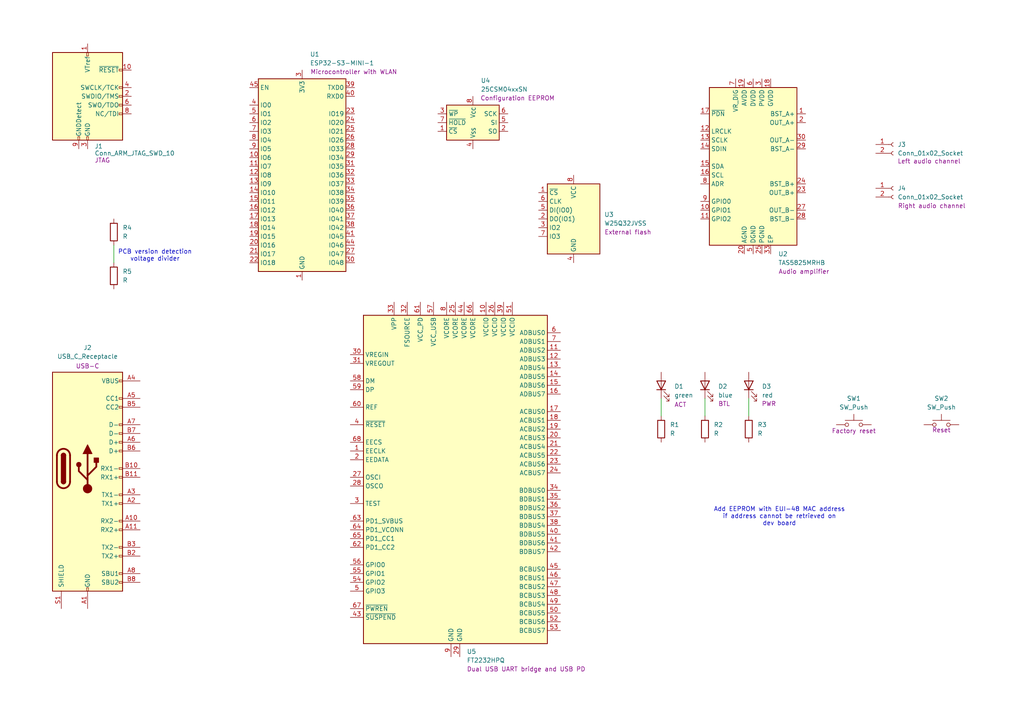
<source format=kicad_sch>
(kicad_sch (version 20231120) (generator "eeschema") (generator_version "8.0")
  (paper "A4")
  (title_block (title "soundbox"))
  (lib_symbols
    (symbol "Amplifier_Audio:TAS5825MRHB"
      (property "Reference" "U" (at -11.43 24.13 0))
      (property "Value" "TAS5825MRHB" (at 13.97 24.13 0))
      (symbol "TAS5825MRHB_0_1"
        (rectangle (start -12.7 22.86) (end 12.7 -22.86) (stroke (width 0.254)) (fill (type background)))
      )
      (symbol "TAS5825MRHB_1_1"
        (pin passive line (at 15.24 15.24 180) (length 2.54) (name "BST_A+") (number "1"))
        (pin bidirectional line (at -15.24 -12.7 0) (length 2.54) (name "GPIO1") (number "10"))
        (pin bidirectional line (at -15.24 -15.24 0) (length 2.54) (name "GPIO2") (number "11"))
        (pin input line (at -15.24 10.16 0) (length 2.54) (name "LRCLK") (number "12"))
        (pin input line (at -15.24 7.62 0) (length 2.54) (name "SCLK") (number "13"))
        (pin input line (at -15.24 5.08 0) (length 2.54) (name "SDIN") (number "14"))
        (pin bidirectional line (at -15.24 0 0) (length 2.54) (name "SDA") (number "15"))
        (pin input line (at -15.24 -2.54 0) (length 2.54) (name "SCL") (number "16"))
        (pin input line (at -15.24 15.24 0) (length 2.54) (name "~{PDN}") (number "17"))
        (pin passive line (at 5.08 25.4 270) (length 2.54) (name "GVDD") (number "18"))
        (pin passive line (at -2.54 25.4 270) (length 2.54) (name "AVDD") (number "19"))
        (pin output line (at 15.24 12.7 180) (length 2.54) (name "OUT_A+") (number "2"))
        (pin power_in line (at -2.54 -25.4 90) (length 2.54) (name "AGND") (number "20"))
        (pin passive line (at 2.54 25.4 270) (length 2.54) hide (name "PVDD") (number "21"))
        (pin passive line (at 2.54 25.4 270) (length 2.54) hide (name "PVDD") (number "22"))
        (pin output line (at 15.24 -7.62 180) (length 2.54) (name "OUT_B+") (number "23"))
        (pin passive line (at 15.24 -5.08 180) (length 2.54) (name "BST_B+") (number "24"))
        (pin power_in line (at 2.54 -25.4 90) (length 2.54) (name "PGND") (number "25"))
        (pin passive line (at 2.54 -25.4 90) (length 2.54) hide (name "PGND") (number "26"))
        (pin output line (at 15.24 -12.7 180) (length 2.54) (name "OUT_B-") (number "27"))
        (pin passive line (at 15.24 -15.24 180) (length 2.54) (name "BST_B-") (number "28"))
        (pin passive line (at 15.24 5.08 180) (length 2.54) (name "BST_A-") (number "29"))
        (pin power_in line (at 2.54 25.4 270) (length 2.54) (name "PVDD") (number "3"))
        (pin output line (at 15.24 7.62 180) (length 2.54) (name "OUT_A-") (number "30"))
        (pin passive line (at 2.54 -25.4 90) (length 2.54) hide (name "PGND") (number "31"))
        (pin passive line (at 2.54 -25.4 90) (length 2.54) hide (name "PGND") (number "32"))
        (pin passive line (at 5.08 -25.4 90) (length 2.54) (name "EP") (number "33"))
        (pin passive line (at 2.54 25.4 270) (length 2.54) hide (name "PVDD") (number "4"))
        (pin power_in line (at 0 -25.4 90) (length 2.54) (name "DGND") (number "5"))
        (pin power_in line (at 0 25.4 270) (length 2.54) (name "DVDD") (number "6"))
        (pin passive line (at -5.08 25.4 270) (length 2.54) (name "VR_DIG") (number "7"))
        (pin passive line (at -15.24 -5.08 0) (length 2.54) (name "ADR") (number "8"))
        (pin bidirectional line (at -15.24 -10.16 0) (length 2.54) (name "GPIO0") (number "9"))
      )
    )
    (symbol "Connector:Conn_01x02_Socket" (pin_names (offset 1.016) hide)
      (property "Reference" "J" (at 0 2.54 0))
      (property "Value" "Conn_01x02_Socket" (at 0 -5.08 0))
      (symbol "Conn_01x02_Socket_1_1"
        (arc (start 0 -2.032) (mid -0.5058 -2.54) (end 0 -3.048) (stroke (width 0.1524)))
        (polyline (pts (xy -1.27 -2.54) (xy -0.508 -2.54)) (stroke (width 0.1524)))
        (polyline (pts (xy -1.27 0) (xy -0.508 0)) (stroke (width 0.1524)))
        (arc (start 0 0.508) (mid -0.5058 0) (end 0 -0.508) (stroke (width 0.1524)))
        (pin passive line (at -5.08 0 0) (length 3.81) (name "Pin_1") (number "1"))
        (pin passive line (at -5.08 -2.54 0) (length 3.81) (name "Pin_2") (number "2"))
      )
    )
    (symbol "Connector:Conn_ARM_JTAG_SWD_10" (pin_names (offset 1.016))
      (property "Reference" "J" (at -2.54 16.51 0))
      (property "Value" "Conn_ARM_JTAG_SWD_10" (at -2.54 13.97 0))
      (symbol "Conn_ARM_JTAG_SWD_10_0_1"
        (rectangle (start -10.16 12.7) (end 10.16 -12.7) (stroke (width 0.254)) (fill (type background)))
        (rectangle (start -2.794 -12.7) (end -2.286 -11.684))
        (rectangle (start -0.254 -12.7) (end 0.254 -11.684))
        (rectangle (start -0.254 12.7) (end 0.254 11.684))
        (rectangle (start 9.144 2.286) (end 10.16 2.794))
        (rectangle (start 10.16 -2.794) (end 9.144 -2.286))
        (rectangle (start 10.16 -0.254) (end 9.144 0.254))
        (rectangle (start 10.16 7.874) (end 9.144 7.366))
      )
      (symbol "Conn_ARM_JTAG_SWD_10_1_1"
        (rectangle (start 9.144 -5.334) (end 10.16 -4.826))
        (pin power_in line (at 0 15.24 270) (length 2.54) (name "VTref") (number "1"))
        (pin open_collector line (at 12.7 7.62 180) (length 2.54) (name "~{RESET}") (number "10"))
        (pin bidirectional line (at 12.7 0 180) (length 2.54) (name "SWDIO/TMS") (number "2"))
        (pin power_in line (at 0 -15.24 90) (length 2.54) (name "GND") (number "3"))
        (pin output line (at 12.7 2.54 180) (length 2.54) (name "SWCLK/TCK") (number "4"))
        (pin passive line (at 0 -15.24 90) (length 2.54) hide (name "GND") (number "5"))
        (pin input line (at 12.7 -2.54 180) (length 2.54) (name "SWO/TDO") (number "6"))
        (pin no_connect line (at -10.16 0 0) (length 2.54) hide (name "KEY") (number "7"))
        (pin output line (at 12.7 -5.08 180) (length 2.54) (name "NC/TDI") (number "8"))
        (pin passive line (at -2.54 -15.24 90) (length 2.54) (name "GNDDetect") (number "9"))
      )
    )
    (symbol "Connector:USB_C_Receptacle" (pin_names (offset 1.016))
      (property "Reference" "J" (at -10.16 29.21 0))
      (property "Value" "USB_C_Receptacle" (at 10.16 29.21 0))
      (symbol "USB_C_Receptacle_0_0"
        (rectangle (start -0.254 -35.56) (end 0.254 -34.544))
        (rectangle (start 10.16 -32.766) (end 9.144 -33.274))
        (rectangle (start 10.16 -30.226) (end 9.144 -30.734))
        (rectangle (start 10.16 -25.146) (end 9.144 -25.654))
        (rectangle (start 10.16 -22.606) (end 9.144 -23.114))
        (rectangle (start 10.16 -17.526) (end 9.144 -18.034))
        (rectangle (start 10.16 -14.986) (end 9.144 -15.494))
        (rectangle (start 10.16 -9.906) (end 9.144 -10.414))
        (rectangle (start 10.16 -7.366) (end 9.144 -7.874))
        (rectangle (start 10.16 -2.286) (end 9.144 -2.794))
        (rectangle (start 10.16 0.254) (end 9.144 -0.254))
        (rectangle (start 10.16 5.334) (end 9.144 4.826))
        (rectangle (start 10.16 7.874) (end 9.144 7.366))
        (rectangle (start 10.16 10.414) (end 9.144 9.906))
        (rectangle (start 10.16 12.954) (end 9.144 12.446))
        (rectangle (start 10.16 18.034) (end 9.144 17.526))
        (rectangle (start 10.16 20.574) (end 9.144 20.066))
        (rectangle (start 10.16 25.654) (end 9.144 25.146))
      )
      (symbol "USB_C_Receptacle_0_1"
        (rectangle (start -10.16 27.94) (end 10.16 -35.56) (stroke (width 0.254)) (fill (type background)))
        (arc (start -8.89 -3.81) (mid -6.985 -5.7067) (end -5.08 -3.81) (stroke (width 0.508)))
        (arc (start -7.62 -3.81) (mid -6.985 -4.4423) (end -6.35 -3.81) (stroke (width 0.254)))
        (arc (start -7.62 -3.81) (mid -6.985 -4.4423) (end -6.35 -3.81) (stroke (width 0.254)) (fill (type outline)))
        (rectangle (start -7.62 -3.81) (end -6.35 3.81) (stroke (width 0.254)) (fill (type outline)))
        (arc (start -6.35 3.81) (mid -6.985 4.4423) (end -7.62 3.81) (stroke (width 0.254)))
        (arc (start -6.35 3.81) (mid -6.985 4.4423) (end -7.62 3.81) (stroke (width 0.254)) (fill (type outline)))
        (arc (start -5.08 3.81) (mid -6.985 5.7067) (end -8.89 3.81) (stroke (width 0.508)))
        (polyline (pts (xy -8.89 -3.81) (xy -8.89 3.81)) (stroke (width 0.508)))
        (polyline (pts (xy -5.08 3.81) (xy -5.08 -3.81)) (stroke (width 0.508)))
      )
      (symbol "USB_C_Receptacle_1_1"
        (circle (center -2.54 1.143) (radius 0.635) (stroke (width 0.254)) (fill (type outline)))
        (circle (center 0 -5.842) (radius 1.27) (fill (type outline)))
        (polyline (pts (xy 0 -5.842) (xy 0 4.318)) (stroke (width 0.508)))
        (polyline (pts (xy 0 -3.302) (xy -2.54 -0.762) (xy -2.54 0.508)) (stroke (width 0.508)))
        (polyline (pts (xy 0 -2.032) (xy 2.54 0.508) (xy 2.54 1.778)) (stroke (width 0.508)))
        (polyline (pts (xy -1.27 4.318) (xy 0 6.858) (xy 1.27 4.318) (xy -1.27 4.318)) (stroke (width 0.254)) (fill (type outline)))
        (rectangle (start 1.905 1.778) (end 3.175 3.048) (stroke (width 0.254)) (fill (type outline)))
        (pin passive line (at 0 -40.64 90) (length 5.08) (name "GND") (number "A1"))
        (pin bidirectional line (at 15.24 -15.24 180) (length 5.08) (name "RX2-") (number "A10"))
        (pin bidirectional line (at 15.24 -17.78 180) (length 5.08) (name "RX2+") (number "A11"))
        (pin passive line (at 0 -40.64 90) (length 5.08) hide (name "GND") (number "A12"))
        (pin bidirectional line (at 15.24 -10.16 180) (length 5.08) (name "TX1+") (number "A2"))
        (pin bidirectional line (at 15.24 -7.62 180) (length 5.08) (name "TX1-") (number "A3"))
        (pin passive line (at 15.24 25.4 180) (length 5.08) (name "VBUS") (number "A4"))
        (pin bidirectional line (at 15.24 20.32 180) (length 5.08) (name "CC1") (number "A5"))
        (pin bidirectional line (at 15.24 7.62 180) (length 5.08) (name "D+") (number "A6"))
        (pin bidirectional line (at 15.24 12.7 180) (length 5.08) (name "D-") (number "A7"))
        (pin bidirectional line (at 15.24 -30.48 180) (length 5.08) (name "SBU1") (number "A8"))
        (pin passive line (at 15.24 25.4 180) (length 5.08) hide (name "VBUS") (number "A9"))
        (pin passive line (at 0 -40.64 90) (length 5.08) hide (name "GND") (number "B1"))
        (pin bidirectional line (at 15.24 0 180) (length 5.08) (name "RX1-") (number "B10"))
        (pin bidirectional line (at 15.24 -2.54 180) (length 5.08) (name "RX1+") (number "B11"))
        (pin passive line (at 0 -40.64 90) (length 5.08) hide (name "GND") (number "B12"))
        (pin bidirectional line (at 15.24 -25.4 180) (length 5.08) (name "TX2+") (number "B2"))
        (pin bidirectional line (at 15.24 -22.86 180) (length 5.08) (name "TX2-") (number "B3"))
        (pin passive line (at 15.24 25.4 180) (length 5.08) hide (name "VBUS") (number "B4"))
        (pin bidirectional line (at 15.24 17.78 180) (length 5.08) (name "CC2") (number "B5"))
        (pin bidirectional line (at 15.24 5.08 180) (length 5.08) (name "D+") (number "B6"))
        (pin bidirectional line (at 15.24 10.16 180) (length 5.08) (name "D-") (number "B7"))
        (pin bidirectional line (at 15.24 -33.02 180) (length 5.08) (name "SBU2") (number "B8"))
        (pin passive line (at 15.24 25.4 180) (length 5.08) hide (name "VBUS") (number "B9"))
        (pin passive line (at -7.62 -40.64 90) (length 5.08) (name "SHIELD") (number "S1"))
      )
    )
    (symbol "Device:LED" (pin_numbers hide) (pin_names (offset 1.016) hide)
      (property "Reference" "D" (at 0 2.54 0))
      (property "Value" "LED" (at 0 -2.54 0))
      (symbol "LED_0_1"
        (polyline (pts (xy -1.27 -1.27) (xy -1.27 1.27)) (stroke (width 0.254)))
        (polyline (pts (xy -1.27 0) (xy 1.27 0)))
        (polyline (pts (xy 1.27 -1.27) (xy 1.27 1.27) (xy -1.27 0) (xy 1.27 -1.27)) (stroke (width 0.254)))
        (polyline (pts (xy -3.048 -0.762) (xy -4.572 -2.286) (xy -3.81 -2.286) (xy -4.572 -2.286) (xy -4.572 -1.524)))
        (polyline (pts (xy -1.778 -0.762) (xy -3.302 -2.286) (xy -2.54 -2.286) (xy -3.302 -2.286) (xy -3.302 -1.524)))
      )
      (symbol "LED_1_1"
        (pin passive line (at -3.81 0 0) (length 2.54) (name "K") (number "1"))
        (pin passive line (at 3.81 0 180) (length 2.54) (name "A") (number "2"))
      )
    )
    (symbol "Device:R" (pin_numbers hide) (pin_names (offset 0))
      (property "Reference" "R" (at 2.032 0 90))
      (property "Value" "R" (at 0 0 90))
      (symbol "R_0_1"
        (rectangle (start -1.016 -2.54) (end 1.016 2.54) (stroke (width 0.254)))
      )
      (symbol "R_1_1"
        (pin passive line (at 0 3.81 270) (length 1.27) (name "~") (number "1"))
        (pin passive line (at 0 -3.81 90) (length 1.27) (name "~") (number "2"))
      )
    )
    (symbol "Memory_EEPROM:25CSM04xxSN"
      (property "Reference" "U3" (at 1.9559 8.89 0))
      (property "Value" "25CSM04xxSN" (at 1.9559 6.35 0))
      (symbol "25CSM04xxSN_1_1"
        (rectangle (start -7.62 5.08) (end 7.62 -5.08) (stroke (width 0.254)) (fill (type background)))
        (pin input line (at -10.16 -2.54 0) (length 2.54) (name "~{CS}") (number "1"))
        (pin tri_state line (at 10.16 -2.54 180) (length 2.54) (name "SO") (number "2"))
        (pin input line (at -10.16 2.54 0) (length 2.54) (name "~{WP}") (number "3"))
        (pin power_in line (at 0 -7.62 90) (length 2.54) (name "V_{SS}") (number "4"))
        (pin input line (at 10.16 0 180) (length 2.54) (name "SI") (number "5"))
        (pin input line (at 10.16 2.54 180) (length 2.54) (name "SCK") (number "6"))
        (pin input line (at -10.16 0 0) (length 2.54) (name "~{HOLD}") (number "7"))
        (pin power_in line (at 0 7.62 270) (length 2.54) (name "V_{CC}") (number "8"))
      )
    )
    (symbol "Memory_Flash:W25Q32JVSS"
      (property "Reference" "U" (at -6.35 11.43 0))
      (property "Value" "W25Q32JVSS" (at 7.62 11.43 0))
      (symbol "W25Q32JVSS_0_1"
        (rectangle (start -7.62 10.16) (end 7.62 -10.16) (stroke (width 0.254)) (fill (type background)))
      )
      (symbol "W25Q32JVSS_1_1"
        (pin input line (at -10.16 7.62 0) (length 2.54) (name "~{CS}") (number "1"))
        (pin bidirectional line (at -10.16 0 0) (length 2.54) (name "DO(IO1)") (number "2"))
        (pin bidirectional line (at -10.16 -2.54 0) (length 2.54) (name "IO2") (number "3"))
        (pin power_in line (at 0 -12.7 90) (length 2.54) (name "GND") (number "4"))
        (pin bidirectional line (at -10.16 2.54 0) (length 2.54) (name "DI(IO0)") (number "5"))
        (pin input line (at -10.16 5.08 0) (length 2.54) (name "CLK") (number "6"))
        (pin bidirectional line (at -10.16 -5.08 0) (length 2.54) (name "IO3") (number "7"))
        (pin power_in line (at 0 12.7 270) (length 2.54) (name "VCC") (number "8"))
      )
    )
    (symbol "RF_Module:ESP32-S3-MINI-1"
      (property "Reference" "U" (at -11.43 29.21 0))
      (property "Value" "ESP32-S3-MINI-1" (at 12.7 29.21 0))
      (symbol "ESP32-S3-MINI-1_0_1"
        (rectangle (start -12.7 27.94) (end 12.7 -27.94) (stroke (width 0.254)) (fill (type background)))
      )
      (symbol "ESP32-S3-MINI-1_1_1"
        (pin power_in line (at 0 -30.48 90) (length 2.54) (name "GND") (number "1"))
        (pin bidirectional line (at -15.24 5.08 0) (length 2.54) (name "IO6") (number "10"))
        (pin bidirectional line (at -15.24 2.54 0) (length 2.54) (name "IO7") (number "11"))
        (pin bidirectional line (at -15.24 0 0) (length 2.54) (name "IO8") (number "12"))
        (pin bidirectional line (at -15.24 -2.54 0) (length 2.54) (name "IO9") (number "13"))
        (pin bidirectional line (at -15.24 -5.08 0) (length 2.54) (name "IO10") (number "14"))
        (pin bidirectional line (at -15.24 -7.62 0) (length 2.54) (name "IO11") (number "15"))
        (pin bidirectional line (at -15.24 -10.16 0) (length 2.54) (name "IO12") (number "16"))
        (pin bidirectional line (at -15.24 -12.7 0) (length 2.54) (name "IO13") (number "17"))
        (pin bidirectional line (at -15.24 -15.24 0) (length 2.54) (name "IO14") (number "18"))
        (pin bidirectional line (at -15.24 -17.78 0) (length 2.54) (name "IO15") (number "19"))
        (pin passive line (at 0 -30.48 90) (length 2.54) hide (name "GND") (number "2"))
        (pin bidirectional line (at -15.24 -20.32 0) (length 2.54) (name "IO16") (number "20"))
        (pin bidirectional line (at -15.24 -22.86 0) (length 2.54) (name "IO17") (number "21"))
        (pin bidirectional line (at -15.24 -25.4 0) (length 2.54) (name "IO18") (number "22"))
        (pin bidirectional line (at 15.24 17.78 180) (length 2.54) (name "IO19") (number "23"))
        (pin bidirectional line (at 15.24 15.24 180) (length 2.54) (name "IO20") (number "24"))
        (pin bidirectional line (at 15.24 12.7 180) (length 2.54) (name "IO21") (number "25"))
        (pin bidirectional line (at 15.24 10.16 180) (length 2.54) (name "IO26") (number "26"))
        (pin bidirectional line (at 15.24 -22.86 180) (length 2.54) (name "IO47") (number "27"))
        (pin bidirectional line (at 15.24 7.62 180) (length 2.54) (name "IO33") (number "28"))
        (pin bidirectional line (at 15.24 5.08 180) (length 2.54) (name "IO34") (number "29"))
        (pin power_in line (at 0 30.48 270) (length 2.54) (name "3V3") (number "3"))
        (pin bidirectional line (at 15.24 -25.4 180) (length 2.54) (name "IO48") (number "30"))
        (pin bidirectional line (at 15.24 2.54 180) (length 2.54) (name "IO35") (number "31"))
        (pin bidirectional line (at 15.24 0 180) (length 2.54) (name "IO36") (number "32"))
        (pin bidirectional line (at 15.24 -2.54 180) (length 2.54) (name "IO37") (number "33"))
        (pin bidirectional line (at 15.24 -5.08 180) (length 2.54) (name "IO38") (number "34"))
        (pin bidirectional line (at 15.24 -7.62 180) (length 2.54) (name "IO39") (number "35"))
        (pin bidirectional line (at 15.24 -10.16 180) (length 2.54) (name "IO40") (number "36"))
        (pin bidirectional line (at 15.24 -12.7 180) (length 2.54) (name "IO41") (number "37"))
        (pin bidirectional line (at 15.24 -15.24 180) (length 2.54) (name "IO42") (number "38"))
        (pin bidirectional line (at 15.24 25.4 180) (length 2.54) (name "TXD0") (number "39"))
        (pin bidirectional line (at -15.24 20.32 0) (length 2.54) (name "IO0") (number "4"))
        (pin bidirectional line (at 15.24 22.86 180) (length 2.54) (name "RXD0") (number "40"))
        (pin bidirectional line (at 15.24 -17.78 180) (length 2.54) (name "IO45") (number "41"))
        (pin passive line (at 0 -30.48 90) (length 2.54) hide (name "GND") (number "42"))
        (pin passive line (at 0 -30.48 90) (length 2.54) hide (name "GND") (number "43"))
        (pin bidirectional line (at 15.24 -20.32 180) (length 2.54) (name "IO46") (number "44"))
        (pin input line (at -15.24 25.4 0) (length 2.54) (name "EN") (number "45"))
        (pin passive line (at 0 -30.48 90) (length 2.54) hide (name "GND") (number "46"))
        (pin passive line (at 0 -30.48 90) (length 2.54) hide (name "GND") (number "47"))
        (pin passive line (at 0 -30.48 90) (length 2.54) hide (name "GND") (number "48"))
        (pin passive line (at 0 -30.48 90) (length 2.54) hide (name "GND") (number "49"))
        (pin bidirectional line (at -15.24 17.78 0) (length 2.54) (name "IO1") (number "5"))
        (pin passive line (at 0 -30.48 90) (length 2.54) hide (name "GND") (number "50"))
        (pin passive line (at 0 -30.48 90) (length 2.54) hide (name "GND") (number "51"))
        (pin passive line (at 0 -30.48 90) (length 2.54) hide (name "GND") (number "52"))
        (pin passive line (at 0 -30.48 90) (length 2.54) hide (name "GND") (number "53"))
        (pin passive line (at 0 -30.48 90) (length 2.54) hide (name "GND") (number "54"))
        (pin passive line (at 0 -30.48 90) (length 2.54) hide (name "GND") (number "55"))
        (pin passive line (at 0 -30.48 90) (length 2.54) hide (name "GND") (number "56"))
        (pin passive line (at 0 -30.48 90) (length 2.54) hide (name "GND") (number "57"))
        (pin passive line (at 0 -30.48 90) (length 2.54) hide (name "GND") (number "58"))
        (pin passive line (at 0 -30.48 90) (length 2.54) hide (name "GND") (number "59"))
        (pin bidirectional line (at -15.24 15.24 0) (length 2.54) (name "IO2") (number "6"))
        (pin passive line (at 0 -30.48 90) (length 2.54) hide (name "GND") (number "60"))
        (pin passive line (at 0 -30.48 90) (length 2.54) hide (name "GND") (number "61"))
        (pin passive line (at 0 -30.48 90) (length 2.54) hide (name "GND") (number "62"))
        (pin passive line (at 0 -30.48 90) (length 2.54) hide (name "GND") (number "63"))
        (pin passive line (at 0 -30.48 90) (length 2.54) hide (name "GND") (number "64"))
        (pin passive line (at 0 -30.48 90) (length 2.54) hide (name "GND") (number "65"))
        (pin bidirectional line (at -15.24 12.7 0) (length 2.54) (name "IO3") (number "7"))
        (pin bidirectional line (at -15.24 10.16 0) (length 2.54) (name "IO4") (number "8"))
        (pin bidirectional line (at -15.24 7.62 0) (length 2.54) (name "IO5") (number "9"))
      )
    )
    (symbol "Switch:SW_Push" (pin_numbers hide) (pin_names (offset 1.016) hide)
      (property "Reference" "SW" (at 1.27 2.54 0))
      (property "Value" "SW_Push" (at 0 -1.524 0))
      (symbol "SW_Push_0_1"
        (circle (center -2.032 0) (radius 0.508))
        (polyline (pts (xy 0 1.27) (xy 0 3.048)))
        (polyline (pts (xy 2.54 1.27) (xy -2.54 1.27)))
        (circle (center 2.032 0) (radius 0.508))
        (pin passive line (at -5.08 0 0) (length 2.54) (name "1") (number "1"))
        (pin passive line (at 5.08 0 180) (length 2.54) (name "2") (number "2"))
      )
    )
    (symbol "xengineering:FT2232HPQ"
      (property "Reference" "U" (at 20.828 52.07 0))
      (property "Value" "FT2232HPQ" (at 25.654 49.53 0))
      (symbol "FT2232HPQ_0_1"
        (rectangle (start -26.67 46.99) (end 26.67 -48.26) (stroke (width 0.254)) (fill (type background)))
      )
      (symbol "FT2232HPQ_1_1"
        (pin output line (at -30.48 7.62 0) (length 3.81) (name "EECLK") (number "1"))
        (pin input line (at 8.89 50.8 270) (length 3.81) (name "VCCIO") (number "10"))
        (pin bidirectional line (at 30.48 36.83 180) (length 3.81) (name "ADBUS2") (number "11"))
        (pin bidirectional line (at 30.48 34.29 180) (length 3.81) (name "ADBUS3") (number "12"))
        (pin bidirectional line (at 30.48 31.75 180) (length 3.81) (name "ADBUS4") (number "13"))
        (pin bidirectional line (at 30.48 29.21 180) (length 3.81) (name "ADBUS5") (number "14"))
        (pin bidirectional line (at 30.48 26.67 180) (length 3.81) (name "ADBUS6") (number "15"))
        (pin bidirectional line (at 30.48 24.13 180) (length 3.81) (name "ADBUS7") (number "16"))
        (pin bidirectional line (at 30.48 19.05 180) (length 3.81) (name "ACBUS0") (number "17"))
        (pin bidirectional line (at 30.48 16.51 180) (length 3.81) (name "ACBUS1") (number "18"))
        (pin bidirectional line (at 30.48 13.97 180) (length 3.81) (name "ACBUS2") (number "19"))
        (pin bidirectional line (at -30.48 5.08 0) (length 3.81) (name "EEDATA") (number "2"))
        (pin bidirectional line (at 30.48 11.43 180) (length 3.81) (name "ACBUS3") (number "20"))
        (pin bidirectional line (at 30.48 8.89 180) (length 3.81) (name "ACBUS4") (number "21"))
        (pin bidirectional line (at 30.48 6.35 180) (length 3.81) (name "ACBUS5") (number "22"))
        (pin bidirectional line (at 30.48 3.81 180) (length 3.81) (name "ACBUS6") (number "23"))
        (pin bidirectional line (at 30.48 1.27 180) (length 3.81) (name "ACBUS7") (number "24"))
        (pin input line (at 0 50.8 270) (length 3.81) (name "VCORE") (number "25"))
        (pin input line (at 11.43 50.8 270) (length 3.81) (name "VCCIO") (number "26"))
        (pin input line (at -30.48 0 0) (length 3.81) (name "OSCI") (number "27"))
        (pin output line (at -30.48 -2.54 0) (length 3.81) (name "OSCO") (number "28"))
        (pin input line (at 1.27 -52.07 90) (length 3.81) (name "GND") (number "29"))
        (pin input line (at -30.48 -7.62 0) (length 3.81) (name "TEST") (number "3"))
        (pin input line (at -30.48 35.56 0) (length 3.81) (name "VREGIN") (number "30"))
        (pin output line (at -30.48 33.02 0) (length 3.81) (name "VREGOUT") (number "31"))
        (pin input line (at -13.97 50.8 270) (length 3.81) (name "FSOURCE") (number "32"))
        (pin input line (at -17.78 50.8 270) (length 3.81) (name "VPP") (number "33"))
        (pin bidirectional line (at 30.48 -3.81 180) (length 3.81) (name "BDBUS0") (number "34"))
        (pin bidirectional line (at 30.48 -6.35 180) (length 3.81) (name "BDBUS1") (number "35"))
        (pin bidirectional line (at 30.48 -8.89 180) (length 3.81) (name "BDBUS2") (number "36"))
        (pin bidirectional line (at 30.48 -11.43 180) (length 3.81) (name "BDBUS3") (number "37"))
        (pin bidirectional line (at 30.48 -13.97 180) (length 3.81) (name "BDBUS4") (number "38"))
        (pin input line (at 13.97 50.8 270) (length 3.81) (name "VCCIO") (number "39"))
        (pin input line (at -30.48 15.24 0) (length 3.81) (name "~{RESET}") (number "4"))
        (pin bidirectional line (at 30.48 -16.51 180) (length 3.81) (name "BDBUS5") (number "40"))
        (pin bidirectional line (at 30.48 -19.05 180) (length 3.81) (name "BDBUS6") (number "41"))
        (pin bidirectional line (at 30.48 -21.59 180) (length 3.81) (name "BDBUS7") (number "42"))
        (pin output line (at -30.48 -40.64 0) (length 3.81) (name "~{SUSPEND}") (number "43"))
        (pin input line (at 2.54 50.8 270) (length 3.81) (name "VCORE") (number "44"))
        (pin bidirectional line (at 30.48 -26.67 180) (length 3.81) (name "BCBUS0") (number "45"))
        (pin bidirectional line (at 30.48 -29.21 180) (length 3.81) (name "BCBUS1") (number "46"))
        (pin bidirectional line (at 30.48 -31.75 180) (length 3.81) (name "BCBUS2") (number "47"))
        (pin bidirectional line (at 30.48 -34.29 180) (length 3.81) (name "BCBUS3") (number "48"))
        (pin bidirectional line (at 30.48 -36.83 180) (length 3.81) (name "BCBUS4") (number "49"))
        (pin bidirectional line (at -30.48 -33.02 0) (length 3.81) (name "GPIO3") (number "5"))
        (pin bidirectional line (at 30.48 -39.37 180) (length 3.81) (name "BCBUS5") (number "50"))
        (pin input line (at 16.51 50.8 270) (length 3.81) (name "VCCIO") (number "51"))
        (pin bidirectional line (at 30.48 -41.91 180) (length 3.81) (name "BCBUS6") (number "52"))
        (pin bidirectional line (at 30.48 -44.45 180) (length 3.81) (name "BCBUS7") (number "53"))
        (pin bidirectional line (at -30.48 -30.48 0) (length 3.81) (name "GPIO2") (number "54"))
        (pin bidirectional line (at -30.48 -27.94 0) (length 3.81) (name "GPIO1") (number "55"))
        (pin bidirectional line (at -30.48 -25.4 0) (length 3.81) (name "GPIO0") (number "56"))
        (pin input line (at -6.35 50.8 270) (length 3.81) (name "VCC_USB") (number "57"))
        (pin bidirectional line (at -30.48 27.94 0) (length 3.81) (name "DM") (number "58"))
        (pin bidirectional line (at -30.48 25.4 0) (length 3.81) (name "DP") (number "59"))
        (pin bidirectional line (at 30.48 41.91 180) (length 3.81) (name "ADBUS0") (number "6"))
        (pin input line (at -30.48 20.32 0) (length 3.81) (name "REF") (number "60"))
        (pin input line (at -10.16 50.8 270) (length 3.81) (name "VCC_PD") (number "61"))
        (pin bidirectional line (at -30.48 -20.32 0) (length 3.81) (name "PD1_CC2") (number "62"))
        (pin input line (at -30.48 -12.7 0) (length 3.81) (name "PD1_SVBUS") (number "63"))
        (pin input line (at -30.48 -15.24 0) (length 3.81) (name "PD1_VCONN") (number "64"))
        (pin bidirectional line (at -30.48 -17.78 0) (length 3.81) (name "PD1_CC1") (number "65"))
        (pin input line (at 5.08 50.8 270) (length 3.81) (name "VCORE") (number "66"))
        (pin output line (at -30.48 -38.1 0) (length 3.81) (name "~{PWREN}") (number "67"))
        (pin bidirectional line (at -30.48 10.16 0) (length 3.81) (name "EECS") (number "68"))
        (pin bidirectional line (at 30.48 39.37 180) (length 3.81) (name "ADBUS1") (number "7"))
        (pin input line (at -2.54 50.8 270) (length 3.81) (name "VCORE") (number "8"))
        (pin input line (at -1.27 -52.07 90) (length 3.81) (name "GND") (number "9"))
      )
    )
  )
  (wire (pts (xy 191.77 115.57) (xy 191.77 120.65)))
  (wire (pts (xy 33.02 71.12) (xy 33.02 76.2)))
  (wire (pts (xy 204.47 115.57) (xy 204.47 120.65)))
  (wire (pts (xy 217.17 115.57) (xy 217.17 120.65)))
  (text "Add EEPROM with EUI-48 MAC address\nif address cannot be retrieved on\ndev board" (at 226.06 149.86 0) (effects (font (size 1.27 1.27))))
  (text "PCB version detection\nvoltage divider" (at 44.958 74.168 0) (effects (font (size 1.27 1.27))))
  (symbol (lib_id "RF_Module:ESP32-S3-MINI-1") (at 87.63 50.8 0) (unit 1)
    (property "Reference" "U1" (at 89.916 15.748 0) (effects (justify left)))
    (property "Value" "ESP32-S3-MINI-1" (at 89.916 18.288 0) (effects (justify left)))
    (property "Footprint" "RF_Module:ESP32-S2-MINI-1" (effects (hide yes)))
    (property "Datasheet" "https://www.espressif.com/sites/default/files/documentation/esp32-s3-mini-1_mini-1u_datasheet_en.pdf" (effects (hide yes)))
    (property "Description" "Microcontroller with WLAN" (at 102.616 20.828 0))
    (property "MPN" "ESP32-S3-MINI-1-N8" (effects (hide yes)))
    (property "Manufacturer" "Espressif Systems" (effects (hide yes)))
  )
  (symbol (lib_id "Memory_Flash:W25Q32JVSS") (at 166.37 63.5 0) (unit 1)
    (property "Reference" "U3" (at 175.26 62.2299 0) (effects (justify left)))
    (property "Value" "W25Q32JVSS" (at 175.26 64.7699 0) (effects (justify left)))
    (property "Footprint" "Package_SO:SOIC-8_5.23x5.23mm_P1.27mm" (effects (hide yes)))
    (property "Datasheet" "http://www.winbond.com/resource-files/w25q32jv%20revg%2003272018%20plus.pdf" (effects (hide yes)))
    (property "Description" "External flash" (at 182.118 67.31 0))
  )
  (symbol (lib_id "Connector:Conn_ARM_JTAG_SWD_10") (at 25.4 27.94 0) (unit 1)
    (property "Reference" "J1" (at 27.432 42.418 0) (effects (justify left)))
    (property "Value" "Conn_ARM_JTAG_SWD_10" (at 27.432 44.45 0) (effects (justify left)))
    (property "Datasheet" "http://infocenter.arm.com/help/topic/com.arm.doc.ddi0314h/DDI0314H_coresight_components_trm.pdf" (effects (hide yes)))
    (property "Description" "JTAG" (at 27.432 46.482 0) (effects (justify left)))
  )
  (symbol (lib_id "Switch:SW_Push") (at 273.05 123.19 0) (unit 1)
    (property "Reference" "SW2" (at 273.05 115.57 0))
    (property "Value" "SW_Push" (at 273.05 118.11 0))
    (property "Footprint" "Button_Switch_SMD:SW_SPST_TL3305A" (effects (hide yes)))
    (property "Description" "Reset" (at 273.05 124.714 0))
  )
  (symbol (lib_id "Connector:Conn_01x02_Socket") (at 259.08 54.61 0) (unit 1)
    (property "Reference" "J4" (at 260.35 54.6099 0) (effects (justify left)))
    (property "Value" "Conn_01x02_Socket" (at 260.35 57.1499 0) (effects (justify left)))
    (property "Description" "Right audio channel" (at 270.256 59.69 0))
  )
  (symbol (lib_id "Connector:Conn_01x02_Socket") (at 259.08 41.91 0) (unit 1)
    (property "Reference" "J3" (at 260.35 41.9099 0) (effects (justify left)))
    (property "Value" "Conn_01x02_Socket" (at 260.35 44.4499 0) (effects (justify left)))
    (property "Description" "Left audio channel" (at 269.494 46.736 0))
  )
  (symbol (lib_id "Device:R") (at 217.17 124.46 0) (unit 1)
    (property "Reference" "R3" (at 219.71 123.1899 0) (effects (justify left)))
    (property "Value" "R" (at 219.71 125.7299 0) (effects (justify left)))
    (property "Description" "Resistor" (effects (hide yes)))
  )
  (symbol (lib_id "Connector:USB_C_Receptacle") (at 25.4 135.89 0) (unit 1)
    (property "Reference" "J2" (at 25.4 100.838 0))
    (property "Value" "USB_C_Receptacle" (at 25.4 103.378 0))
    (property "Datasheet" "https://www.usb.org/sites/default/files/documents/usb_type-c.zip" (effects (hide yes)))
    (property "Description" "USB-C" (at 25.4 106.172 0))
    (property "MPN" "12401610E4#2A" (effects (hide yes)))
    (property "Manufacturer" "Amphenol ICC (Commercial Products)" (effects (hide yes)))
  )
  (symbol (lib_id "Switch:SW_Push") (at 247.65 123.19 0) (unit 1)
    (property "Reference" "SW1" (at 247.65 115.57 0))
    (property "Value" "SW_Push" (at 247.65 118.11 0))
    (property "Footprint" "Button_Switch_SMD:SW_SPST_TL3305A" (effects (hide yes)))
    (property "Description" "Factory reset" (at 247.65 124.968 0))
  )
  (symbol (lib_id "Memory_EEPROM:25CSM04xxSN") (at 137.16 35.56 0) (unit 1)
    (property "Reference" "U4" (at 139.446 23.368 0) (effects (justify left)))
    (property "Value" "25CSM04xxSN" (at 139.446 25.908 0) (effects (justify left)))
    (property "Footprint" "Package_SO:SOIC-8_3.9x4.9mm_P1.27mm" (effects (hide yes)))
    (property "Datasheet" "https://ww1.microchip.com/downloads/aemDocuments/documents/MPD/ProductDocuments/DataSheets/25CSM04-4-Mbit-SPI-Serial-EEPROM-With-128-Bit-Serial-Number-and-Enhanced-Write-Protection-20005817C.pdf" (effects (hide yes)))
    (property "Description" "Configuration EEPROM" (at 150.114 28.448 0))
  )
  (symbol (lib_id "Device:R") (at 204.47 124.46 0) (unit 1)
    (property "Reference" "R2" (at 207.01 123.1899 0) (effects (justify left)))
    (property "Value" "R" (at 207.01 125.7299 0) (effects (justify left)))
    (property "Description" "Resistor" (effects (hide yes)))
  )
  (symbol (lib_id "Amplifier_Audio:TAS5825MRHB") (at 218.44 48.26 0) (unit 1)
    (property "Reference" "U2" (at 225.7141 73.66 0) (effects (justify left)))
    (property "Value" "TAS5825MRHB" (at 225.7141 76.2 0) (effects (justify left)))
    (property "Footprint" "Package_DFN_QFN:VQFN-32-1EP_5x5mm_P0.5mm_EP3.1x3.1mm" (effects (hide yes)))
    (property "Datasheet" "www.ti.com/lit/ds/symlink/tas5825m.pdf" (effects (hide yes)))
    (property "Description" "Audio amplifier" (at 233.172 78.74 0))
  )
  (symbol (lib_id "xengineering:FT2232HPQ") (at 132.08 138.43 0) (unit 1)
    (property "Reference" "U5" (at 135.382 188.976 0) (effects (justify left)))
    (property "Value" "FT2232HPQ" (at 135.382 191.516 0) (effects (justify left)))
    (property "Datasheet" "https://ftdichip.com/wp-content/uploads/2024/09/DS_FT2233HP.pdf" (effects (hide yes)))
    (property "Description" "Dual USB UART bridge and USB PD" (at 135.382 194.056 0) (effects (justify left)))
  )
  (symbol (lib_id "Device:R") (at 33.02 80.01 0) (unit 1)
    (property "Reference" "R5" (at 35.56 78.7399 0) (effects (justify left)))
    (property "Value" "R" (at 35.56 81.2799 0) (effects (justify left)))
    (property "Description" "Resistor" (effects (hide yes)))
  )
  (symbol (lib_id "Device:LED") (at 191.77 111.76 90) (unit 1)
    (property "Reference" "D1" (at 195.58 112.0774 90) (effects (justify right)))
    (property "Value" "green" (at 195.58 114.6174 90) (effects (justify right)))
    (property "Description" "ACT" (at 197.358 117.348 90))
  )
  (symbol (lib_id "Device:R") (at 33.02 67.31 0) (unit 1)
    (property "Reference" "R4" (at 35.56 66.0399 0) (effects (justify left)))
    (property "Value" "R" (at 35.56 68.5799 0) (effects (justify left)))
    (property "Description" "Resistor" (effects (hide yes)))
  )
  (symbol (lib_id "Device:R") (at 191.77 124.46 0) (unit 1)
    (property "Reference" "R1" (at 194.31 123.1899 0) (effects (justify left)))
    (property "Value" "R" (at 194.31 125.7299 0) (effects (justify left)))
    (property "Description" "Resistor" (effects (hide yes)))
  )
  (symbol (lib_id "Device:LED") (at 217.17 111.76 90) (unit 1)
    (property "Reference" "D3" (at 220.98 112.0774 90) (effects (justify right)))
    (property "Value" "red" (at 220.98 114.6174 90) (effects (justify right)))
    (property "Description" "PWR" (at 223.012 117.094 90))
  )
  (symbol (lib_id "Device:LED") (at 204.47 111.76 90) (unit 1)
    (property "Reference" "D2" (at 208.28 112.0774 90) (effects (justify right)))
    (property "Value" "blue" (at 208.28 114.6174 90) (effects (justify right)))
    (property "Description" "BTL" (at 210.058 117.094 90))
  )
)
</source>
